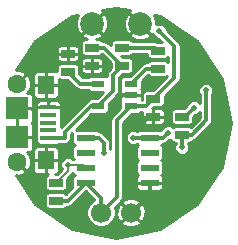
<source format=gbl>
G04 (created by PCBNEW (2013-jul-14)-product) date Thu 07 Nov 2013 08:56:16 PM EST*
%MOIN*%
G04 Gerber Fmt 3.4, Leading zero omitted, Abs format*
%FSLAX34Y34*%
G01*
G70*
G90*
G04 APERTURE LIST*
%ADD10C,0.005906*%
%ADD11R,0.053100X0.015700*%
%ADD12R,0.055100X0.063000*%
%ADD13R,0.074800X0.074800*%
%ADD14C,0.063000*%
%ADD15R,0.045000X0.025000*%
%ADD16R,0.061024X0.023622*%
%ADD17C,0.066900*%
%ADD18R,0.043300X0.023600*%
%ADD19C,0.078740*%
%ADD20C,0.020000*%
%ADD21C,0.011800*%
%ADD22C,0.006100*%
%ADD23C,0.010000*%
G04 APERTURE END LIST*
G54D10*
G54D11*
X58250Y-38512D03*
X58250Y-38256D03*
X58250Y-38000D03*
X58250Y-37744D03*
X58250Y-37488D03*
G54D12*
X58171Y-39260D03*
X58171Y-36740D03*
G54D13*
X57197Y-37528D03*
X57197Y-38472D03*
G54D14*
X57197Y-36701D03*
X57197Y-39299D03*
G54D15*
X58900Y-36300D03*
X58900Y-35700D03*
X59700Y-35500D03*
X59700Y-36100D03*
X60700Y-36100D03*
X60700Y-35500D03*
X61900Y-35600D03*
X61900Y-36200D03*
X61750Y-37200D03*
X61750Y-37800D03*
X62700Y-38400D03*
X62700Y-37800D03*
X58500Y-40600D03*
X58500Y-40000D03*
G54D16*
X59500Y-40000D03*
X59500Y-39500D03*
X59500Y-39000D03*
X59500Y-38500D03*
X61625Y-38500D03*
X61625Y-39000D03*
X61625Y-39500D03*
X61625Y-40000D03*
G54D17*
X60000Y-41000D03*
X61000Y-41000D03*
G54D18*
X61000Y-36700D03*
X61000Y-37074D03*
X61000Y-37448D03*
X59898Y-37448D03*
X59898Y-36700D03*
G54D19*
X59700Y-34700D03*
X61300Y-34700D03*
G54D20*
X61300Y-38100D03*
X60500Y-37300D03*
X61075Y-38500D03*
X62233Y-38333D03*
X63100Y-37500D03*
X58900Y-39400D03*
X63500Y-36925D03*
X62700Y-38825D03*
X60100Y-39025D03*
X61950Y-34950D03*
G54D21*
X61750Y-37800D02*
X61600Y-37800D01*
X61600Y-37800D02*
X61300Y-38100D01*
X61000Y-37074D02*
X60726Y-37074D01*
X60726Y-37074D02*
X60500Y-37300D01*
X61000Y-41000D02*
X61625Y-40374D01*
X61625Y-40374D02*
X61625Y-40000D01*
X61900Y-36200D02*
X61500Y-36200D01*
X61500Y-36200D02*
X61000Y-36700D01*
X61075Y-38500D02*
X61625Y-38500D01*
X62066Y-38500D02*
X61625Y-38500D01*
X62233Y-38333D02*
X62066Y-38500D01*
X61900Y-35600D02*
X61800Y-35500D01*
X61800Y-35500D02*
X60700Y-35500D01*
X58900Y-36300D02*
X59300Y-36700D01*
X59300Y-36700D02*
X59898Y-36700D01*
X62800Y-37800D02*
X62700Y-37800D01*
X63100Y-37500D02*
X62800Y-37800D01*
G54D22*
X58500Y-40000D02*
X58900Y-39600D01*
X58900Y-39600D02*
X58900Y-39400D01*
X59500Y-39500D02*
X59400Y-39400D01*
X59400Y-39400D02*
X58900Y-39400D01*
G54D21*
X63025Y-38400D02*
X62700Y-38400D01*
X63500Y-37925D02*
X63025Y-38400D01*
X63500Y-36925D02*
X63500Y-37925D01*
X62700Y-38825D02*
X62700Y-38400D01*
X59925Y-38500D02*
X59500Y-38500D01*
X60100Y-38675D02*
X59925Y-38500D01*
X60100Y-39025D02*
X60100Y-38675D01*
X58500Y-40600D02*
X58900Y-40600D01*
X58900Y-40600D02*
X59500Y-40000D01*
X60000Y-41000D02*
X60000Y-40500D01*
X60000Y-40500D02*
X59500Y-40000D01*
X60000Y-41000D02*
X60525Y-40475D01*
X60525Y-37923D02*
X60525Y-40475D01*
X60525Y-37923D02*
X61000Y-37448D01*
X62450Y-36500D02*
X61750Y-37200D01*
X62450Y-35450D02*
X62450Y-36500D01*
X61950Y-34950D02*
X62450Y-35450D01*
X61750Y-37200D02*
X61502Y-37448D01*
X61502Y-37448D02*
X61000Y-37448D01*
X59898Y-37448D02*
X59652Y-37448D01*
X58788Y-38512D02*
X58250Y-38512D01*
X58800Y-38500D02*
X58788Y-38512D01*
X58800Y-38300D02*
X58800Y-38500D01*
X59652Y-37448D02*
X58800Y-38300D01*
X60700Y-36100D02*
X60100Y-35500D01*
X60100Y-35500D02*
X59700Y-35500D01*
X59898Y-37448D02*
X60400Y-36946D01*
X60400Y-36400D02*
X60700Y-36100D01*
X60400Y-36946D02*
X60400Y-36400D01*
G54D10*
G36*
X62241Y-35978D02*
X62209Y-35947D01*
X62154Y-35925D01*
X62095Y-35925D01*
X61645Y-35925D01*
X61590Y-35947D01*
X61547Y-35990D01*
X61547Y-35991D01*
X61500Y-35991D01*
X61420Y-36006D01*
X61352Y-36052D01*
X60972Y-36432D01*
X60753Y-36432D01*
X60698Y-36454D01*
X60656Y-36497D01*
X60633Y-36552D01*
X60633Y-36611D01*
X60633Y-36847D01*
X60649Y-36887D01*
X60633Y-36926D01*
X60633Y-37036D01*
X60671Y-37073D01*
X60999Y-37073D01*
X60999Y-37065D01*
X61000Y-37065D01*
X61000Y-37073D01*
X61329Y-37073D01*
X61366Y-37036D01*
X61366Y-36926D01*
X61350Y-36886D01*
X61366Y-36847D01*
X61366Y-36788D01*
X61366Y-36629D01*
X61566Y-36428D01*
X61590Y-36452D01*
X61645Y-36475D01*
X61704Y-36475D01*
X62154Y-36475D01*
X62196Y-36457D01*
X61729Y-36925D01*
X61495Y-36925D01*
X61440Y-36947D01*
X61397Y-36990D01*
X61375Y-37045D01*
X61375Y-37104D01*
X61375Y-37239D01*
X61359Y-37239D01*
X61366Y-37221D01*
X61366Y-37111D01*
X61329Y-37074D01*
X61000Y-37074D01*
X61000Y-37082D01*
X60999Y-37082D01*
X60999Y-37074D01*
X60671Y-37074D01*
X60633Y-37111D01*
X60633Y-37221D01*
X60649Y-37261D01*
X60633Y-37300D01*
X60633Y-37359D01*
X60633Y-37518D01*
X60377Y-37775D01*
X60331Y-37843D01*
X60316Y-37923D01*
X60316Y-38893D01*
X60312Y-38883D01*
X60309Y-38880D01*
X60309Y-38675D01*
X60293Y-38595D01*
X60293Y-38595D01*
X60247Y-38527D01*
X60072Y-38352D01*
X60004Y-38306D01*
X59926Y-38291D01*
X59890Y-38254D01*
X59834Y-38231D01*
X59775Y-38231D01*
X59165Y-38231D01*
X59162Y-38232D01*
X59679Y-37716D01*
X59711Y-37716D01*
X60144Y-37716D01*
X60199Y-37693D01*
X60241Y-37650D01*
X60264Y-37595D01*
X60264Y-37536D01*
X60264Y-37377D01*
X60547Y-37093D01*
X60547Y-37093D01*
X60547Y-37093D01*
X60593Y-37025D01*
X60593Y-37025D01*
X60609Y-36946D01*
X60609Y-36486D01*
X60720Y-36375D01*
X60954Y-36375D01*
X61009Y-36352D01*
X61052Y-36309D01*
X61075Y-36254D01*
X61075Y-36195D01*
X61075Y-35945D01*
X61052Y-35890D01*
X61009Y-35847D01*
X60954Y-35825D01*
X60895Y-35825D01*
X60720Y-35825D01*
X60670Y-35775D01*
X60954Y-35775D01*
X61009Y-35752D01*
X61052Y-35709D01*
X61052Y-35709D01*
X61525Y-35709D01*
X61525Y-35754D01*
X61547Y-35809D01*
X61590Y-35852D01*
X61645Y-35875D01*
X61704Y-35875D01*
X62154Y-35875D01*
X62209Y-35852D01*
X62241Y-35821D01*
X62241Y-35978D01*
X62241Y-35978D01*
G37*
G54D23*
X62241Y-35978D02*
X62209Y-35947D01*
X62154Y-35925D01*
X62095Y-35925D01*
X61645Y-35925D01*
X61590Y-35947D01*
X61547Y-35990D01*
X61547Y-35991D01*
X61500Y-35991D01*
X61420Y-36006D01*
X61352Y-36052D01*
X60972Y-36432D01*
X60753Y-36432D01*
X60698Y-36454D01*
X60656Y-36497D01*
X60633Y-36552D01*
X60633Y-36611D01*
X60633Y-36847D01*
X60649Y-36887D01*
X60633Y-36926D01*
X60633Y-37036D01*
X60671Y-37073D01*
X60999Y-37073D01*
X60999Y-37065D01*
X61000Y-37065D01*
X61000Y-37073D01*
X61329Y-37073D01*
X61366Y-37036D01*
X61366Y-36926D01*
X61350Y-36886D01*
X61366Y-36847D01*
X61366Y-36788D01*
X61366Y-36629D01*
X61566Y-36428D01*
X61590Y-36452D01*
X61645Y-36475D01*
X61704Y-36475D01*
X62154Y-36475D01*
X62196Y-36457D01*
X61729Y-36925D01*
X61495Y-36925D01*
X61440Y-36947D01*
X61397Y-36990D01*
X61375Y-37045D01*
X61375Y-37104D01*
X61375Y-37239D01*
X61359Y-37239D01*
X61366Y-37221D01*
X61366Y-37111D01*
X61329Y-37074D01*
X61000Y-37074D01*
X61000Y-37082D01*
X60999Y-37082D01*
X60999Y-37074D01*
X60671Y-37074D01*
X60633Y-37111D01*
X60633Y-37221D01*
X60649Y-37261D01*
X60633Y-37300D01*
X60633Y-37359D01*
X60633Y-37518D01*
X60377Y-37775D01*
X60331Y-37843D01*
X60316Y-37923D01*
X60316Y-38893D01*
X60312Y-38883D01*
X60309Y-38880D01*
X60309Y-38675D01*
X60293Y-38595D01*
X60293Y-38595D01*
X60247Y-38527D01*
X60072Y-38352D01*
X60004Y-38306D01*
X59926Y-38291D01*
X59890Y-38254D01*
X59834Y-38231D01*
X59775Y-38231D01*
X59165Y-38231D01*
X59162Y-38232D01*
X59679Y-37716D01*
X59711Y-37716D01*
X60144Y-37716D01*
X60199Y-37693D01*
X60241Y-37650D01*
X60264Y-37595D01*
X60264Y-37536D01*
X60264Y-37377D01*
X60547Y-37093D01*
X60547Y-37093D01*
X60547Y-37093D01*
X60593Y-37025D01*
X60593Y-37025D01*
X60609Y-36946D01*
X60609Y-36486D01*
X60720Y-36375D01*
X60954Y-36375D01*
X61009Y-36352D01*
X61052Y-36309D01*
X61075Y-36254D01*
X61075Y-36195D01*
X61075Y-35945D01*
X61052Y-35890D01*
X61009Y-35847D01*
X60954Y-35825D01*
X60895Y-35825D01*
X60720Y-35825D01*
X60670Y-35775D01*
X60954Y-35775D01*
X61009Y-35752D01*
X61052Y-35709D01*
X61052Y-35709D01*
X61525Y-35709D01*
X61525Y-35754D01*
X61547Y-35809D01*
X61590Y-35852D01*
X61645Y-35875D01*
X61704Y-35875D01*
X62154Y-35875D01*
X62209Y-35852D01*
X62241Y-35821D01*
X62241Y-35978D01*
G54D10*
G36*
X64335Y-38000D02*
X64043Y-39467D01*
X63750Y-39907D01*
X63750Y-36875D01*
X63712Y-36783D01*
X63641Y-36713D01*
X63549Y-36675D01*
X63450Y-36674D01*
X63358Y-36712D01*
X63288Y-36783D01*
X63250Y-36875D01*
X63249Y-36974D01*
X63287Y-37066D01*
X63291Y-37069D01*
X63291Y-37337D01*
X63241Y-37288D01*
X63149Y-37250D01*
X63050Y-37249D01*
X62958Y-37287D01*
X62888Y-37358D01*
X62850Y-37450D01*
X62850Y-37454D01*
X62779Y-37525D01*
X62445Y-37525D01*
X62390Y-37547D01*
X62347Y-37590D01*
X62325Y-37645D01*
X62325Y-37704D01*
X62325Y-37954D01*
X62347Y-38009D01*
X62390Y-38052D01*
X62445Y-38075D01*
X62504Y-38075D01*
X62954Y-38075D01*
X63009Y-38052D01*
X63052Y-38009D01*
X63075Y-37954D01*
X63075Y-37895D01*
X63075Y-37820D01*
X63145Y-37750D01*
X63149Y-37750D01*
X63241Y-37712D01*
X63291Y-37662D01*
X63291Y-37838D01*
X62989Y-38139D01*
X62954Y-38125D01*
X62895Y-38125D01*
X62445Y-38125D01*
X62398Y-38144D01*
X62374Y-38121D01*
X62282Y-38083D01*
X62183Y-38082D01*
X62125Y-38107D01*
X62125Y-37954D01*
X62125Y-37837D01*
X62125Y-37762D01*
X62125Y-37645D01*
X62102Y-37590D01*
X62059Y-37547D01*
X62004Y-37525D01*
X61945Y-37525D01*
X61787Y-37525D01*
X61750Y-37562D01*
X61750Y-37799D01*
X62087Y-37799D01*
X62125Y-37762D01*
X62125Y-37837D01*
X62087Y-37800D01*
X61750Y-37800D01*
X61750Y-38037D01*
X61787Y-38075D01*
X61945Y-38075D01*
X62004Y-38075D01*
X62059Y-38052D01*
X62102Y-38009D01*
X62125Y-37954D01*
X62125Y-38107D01*
X62091Y-38120D01*
X62021Y-38191D01*
X61997Y-38247D01*
X61960Y-38231D01*
X61901Y-38231D01*
X61749Y-38231D01*
X61749Y-38037D01*
X61749Y-37800D01*
X61412Y-37800D01*
X61375Y-37837D01*
X61375Y-37954D01*
X61397Y-38009D01*
X61440Y-38052D01*
X61495Y-38075D01*
X61554Y-38075D01*
X61712Y-38075D01*
X61749Y-38037D01*
X61749Y-38231D01*
X61291Y-38231D01*
X61235Y-38254D01*
X61206Y-38283D01*
X61124Y-38250D01*
X61025Y-38249D01*
X60933Y-38287D01*
X60863Y-38358D01*
X60825Y-38450D01*
X60824Y-38549D01*
X60862Y-38641D01*
X60933Y-38711D01*
X61025Y-38749D01*
X61124Y-38750D01*
X61206Y-38716D01*
X61235Y-38745D01*
X61247Y-38749D01*
X61235Y-38754D01*
X61193Y-38796D01*
X61170Y-38852D01*
X61170Y-38911D01*
X61170Y-39147D01*
X61193Y-39203D01*
X61235Y-39245D01*
X61247Y-39249D01*
X61235Y-39254D01*
X61193Y-39296D01*
X61170Y-39352D01*
X61170Y-39411D01*
X61170Y-39647D01*
X61193Y-39703D01*
X61235Y-39745D01*
X61247Y-39750D01*
X61235Y-39754D01*
X61193Y-39796D01*
X61170Y-39852D01*
X61170Y-39962D01*
X61208Y-39999D01*
X61625Y-39999D01*
X61625Y-39991D01*
X61626Y-39991D01*
X61626Y-39999D01*
X62043Y-39999D01*
X62081Y-39962D01*
X62081Y-39852D01*
X62058Y-39796D01*
X62016Y-39754D01*
X62004Y-39750D01*
X62016Y-39745D01*
X62058Y-39703D01*
X62081Y-39647D01*
X62081Y-39588D01*
X62081Y-39352D01*
X62058Y-39296D01*
X62016Y-39254D01*
X62004Y-39250D01*
X62016Y-39245D01*
X62058Y-39203D01*
X62081Y-39147D01*
X62081Y-39088D01*
X62081Y-38852D01*
X62058Y-38796D01*
X62016Y-38754D01*
X62004Y-38750D01*
X62016Y-38745D01*
X62052Y-38709D01*
X62066Y-38709D01*
X62145Y-38693D01*
X62145Y-38693D01*
X62213Y-38647D01*
X62278Y-38583D01*
X62282Y-38583D01*
X62328Y-38563D01*
X62347Y-38609D01*
X62390Y-38652D01*
X62445Y-38675D01*
X62491Y-38675D01*
X62491Y-38680D01*
X62488Y-38683D01*
X62450Y-38775D01*
X62449Y-38874D01*
X62487Y-38966D01*
X62558Y-39036D01*
X62650Y-39074D01*
X62749Y-39075D01*
X62841Y-39037D01*
X62911Y-38966D01*
X62949Y-38874D01*
X62950Y-38775D01*
X62912Y-38683D01*
X62909Y-38680D01*
X62909Y-38675D01*
X62954Y-38675D01*
X63009Y-38652D01*
X63052Y-38609D01*
X63055Y-38603D01*
X63104Y-38593D01*
X63104Y-38593D01*
X63172Y-38547D01*
X63647Y-38072D01*
X63647Y-38072D01*
X63647Y-38072D01*
X63670Y-38038D01*
X63693Y-38004D01*
X63693Y-38004D01*
X63709Y-37925D01*
X63709Y-37925D01*
X63709Y-37924D01*
X63709Y-37069D01*
X63711Y-37066D01*
X63749Y-36974D01*
X63750Y-36875D01*
X63750Y-39907D01*
X63212Y-40712D01*
X62081Y-41468D01*
X62081Y-40147D01*
X62081Y-40037D01*
X62043Y-40000D01*
X61626Y-40000D01*
X61626Y-40230D01*
X61663Y-40268D01*
X61901Y-40268D01*
X61960Y-40268D01*
X62016Y-40245D01*
X62058Y-40203D01*
X62081Y-40147D01*
X62081Y-41468D01*
X61967Y-41543D01*
X61625Y-41611D01*
X61625Y-40230D01*
X61625Y-40000D01*
X61208Y-40000D01*
X61170Y-40037D01*
X61170Y-40147D01*
X61193Y-40203D01*
X61235Y-40245D01*
X61291Y-40268D01*
X61350Y-40268D01*
X61588Y-40268D01*
X61625Y-40230D01*
X61625Y-41611D01*
X61487Y-41639D01*
X61487Y-40922D01*
X61421Y-40741D01*
X61399Y-40709D01*
X61322Y-40677D01*
X61322Y-40677D01*
X61322Y-40677D01*
X61290Y-40600D01*
X61115Y-40519D01*
X60922Y-40512D01*
X60741Y-40578D01*
X60709Y-40600D01*
X60677Y-40677D01*
X61000Y-40999D01*
X61322Y-40677D01*
X61322Y-40677D01*
X61000Y-41000D01*
X61322Y-41322D01*
X61399Y-41290D01*
X61480Y-41115D01*
X61487Y-40922D01*
X61487Y-41639D01*
X61322Y-41672D01*
X61322Y-41322D01*
X61000Y-41000D01*
X60999Y-41000D01*
X60999Y-41000D01*
X60677Y-40677D01*
X60600Y-40709D01*
X60519Y-40884D01*
X60512Y-41077D01*
X60578Y-41258D01*
X60600Y-41290D01*
X60677Y-41322D01*
X60999Y-41000D01*
X60999Y-41000D01*
X60677Y-41322D01*
X60709Y-41399D01*
X60884Y-41480D01*
X61077Y-41487D01*
X61258Y-41421D01*
X61290Y-41399D01*
X61322Y-41322D01*
X61322Y-41672D01*
X60500Y-41835D01*
X59032Y-41543D01*
X57787Y-40712D01*
X57153Y-39762D01*
X57271Y-39767D01*
X57444Y-39703D01*
X57475Y-39682D01*
X57505Y-39607D01*
X57197Y-39299D01*
X57191Y-39304D01*
X57191Y-39304D01*
X57196Y-39299D01*
X57191Y-39293D01*
X57191Y-39293D01*
X57197Y-39298D01*
X57202Y-39293D01*
X57202Y-39293D01*
X57197Y-39299D01*
X57505Y-39607D01*
X57580Y-39577D01*
X57658Y-39409D01*
X57665Y-39224D01*
X57601Y-39051D01*
X57580Y-39020D01*
X57519Y-38996D01*
X57541Y-38996D01*
X57600Y-38996D01*
X57655Y-38973D01*
X57698Y-38930D01*
X57721Y-38875D01*
X57721Y-38509D01*
X57721Y-38434D01*
X57721Y-38068D01*
X57698Y-38013D01*
X57685Y-38000D01*
X57698Y-37986D01*
X57721Y-37931D01*
X57721Y-37565D01*
X57683Y-37528D01*
X57197Y-37528D01*
X57197Y-37985D01*
X57197Y-38014D01*
X57197Y-38471D01*
X57683Y-38471D01*
X57721Y-38434D01*
X57721Y-38509D01*
X57683Y-38472D01*
X57197Y-38472D01*
X57197Y-38480D01*
X57196Y-38480D01*
X57196Y-38472D01*
X57188Y-38472D01*
X57188Y-38471D01*
X57196Y-38471D01*
X57196Y-38014D01*
X57196Y-37985D01*
X57196Y-37528D01*
X57188Y-37528D01*
X57188Y-37527D01*
X57196Y-37527D01*
X57196Y-37519D01*
X57197Y-37519D01*
X57197Y-37527D01*
X57683Y-37527D01*
X57721Y-37490D01*
X57721Y-37124D01*
X57698Y-37069D01*
X57655Y-37026D01*
X57600Y-37004D01*
X57541Y-37004D01*
X57519Y-37004D01*
X57580Y-36979D01*
X57658Y-36811D01*
X57665Y-36626D01*
X57601Y-36453D01*
X57580Y-36422D01*
X57505Y-36392D01*
X57197Y-36701D01*
X57202Y-36706D01*
X57202Y-36706D01*
X57197Y-36701D01*
X57191Y-36706D01*
X57191Y-36706D01*
X57196Y-36701D01*
X57191Y-36695D01*
X57191Y-36695D01*
X57197Y-36700D01*
X57505Y-36392D01*
X57475Y-36317D01*
X57307Y-36239D01*
X57155Y-36234D01*
X57787Y-35287D01*
X59032Y-34456D01*
X59232Y-34416D01*
X59160Y-34570D01*
X59152Y-34786D01*
X59227Y-34989D01*
X59251Y-35025D01*
X59334Y-35065D01*
X59699Y-34700D01*
X59694Y-34694D01*
X59694Y-34694D01*
X59700Y-34699D01*
X60065Y-34334D01*
X60028Y-34257D01*
X60500Y-34164D01*
X60971Y-34257D01*
X60934Y-34334D01*
X61300Y-34699D01*
X61305Y-34694D01*
X61305Y-34694D01*
X61300Y-34700D01*
X61665Y-35065D01*
X61717Y-35040D01*
X61737Y-35091D01*
X61808Y-35161D01*
X61900Y-35199D01*
X61904Y-35199D01*
X62029Y-35325D01*
X61907Y-35325D01*
X61879Y-35306D01*
X61800Y-35291D01*
X61665Y-35291D01*
X61665Y-35065D01*
X61300Y-34700D01*
X61299Y-34700D01*
X61299Y-34700D01*
X60934Y-34334D01*
X60851Y-34374D01*
X60760Y-34570D01*
X60752Y-34786D01*
X60827Y-34989D01*
X60851Y-35025D01*
X60934Y-35065D01*
X61299Y-34700D01*
X61299Y-34700D01*
X60934Y-35065D01*
X60974Y-35148D01*
X61170Y-35239D01*
X61386Y-35247D01*
X61589Y-35172D01*
X61625Y-35148D01*
X61665Y-35065D01*
X61665Y-35291D01*
X61052Y-35291D01*
X61052Y-35290D01*
X61009Y-35247D01*
X60954Y-35225D01*
X60895Y-35225D01*
X60445Y-35225D01*
X60390Y-35247D01*
X60347Y-35290D01*
X60325Y-35345D01*
X60325Y-35404D01*
X60325Y-35429D01*
X60247Y-35352D01*
X60247Y-35352D01*
X60247Y-34613D01*
X60172Y-34410D01*
X60148Y-34374D01*
X60065Y-34334D01*
X59700Y-34700D01*
X60065Y-35065D01*
X60148Y-35025D01*
X60239Y-34829D01*
X60247Y-34613D01*
X60247Y-35352D01*
X60179Y-35306D01*
X60100Y-35291D01*
X60052Y-35291D01*
X60052Y-35290D01*
X60009Y-35247D01*
X59954Y-35225D01*
X59895Y-35225D01*
X59847Y-35225D01*
X59989Y-35172D01*
X60025Y-35148D01*
X60065Y-35065D01*
X59700Y-34700D01*
X59334Y-35065D01*
X59374Y-35148D01*
X59540Y-35225D01*
X59445Y-35225D01*
X59390Y-35247D01*
X59347Y-35290D01*
X59325Y-35345D01*
X59325Y-35404D01*
X59325Y-35654D01*
X59347Y-35709D01*
X59390Y-35752D01*
X59445Y-35775D01*
X59504Y-35775D01*
X59954Y-35775D01*
X60009Y-35752D01*
X60033Y-35728D01*
X60325Y-36020D01*
X60325Y-36179D01*
X60252Y-36252D01*
X60206Y-36320D01*
X60191Y-36400D01*
X60191Y-36451D01*
X60144Y-36432D01*
X60084Y-36432D01*
X60075Y-36432D01*
X60075Y-36254D01*
X60075Y-36137D01*
X60075Y-36062D01*
X60075Y-35945D01*
X60052Y-35890D01*
X60009Y-35847D01*
X59954Y-35825D01*
X59895Y-35825D01*
X59737Y-35825D01*
X59700Y-35862D01*
X59700Y-36099D01*
X60037Y-36099D01*
X60075Y-36062D01*
X60075Y-36137D01*
X60037Y-36100D01*
X59700Y-36100D01*
X59700Y-36337D01*
X59737Y-36375D01*
X59895Y-36375D01*
X59954Y-36375D01*
X60009Y-36352D01*
X60052Y-36309D01*
X60075Y-36254D01*
X60075Y-36432D01*
X59699Y-36432D01*
X59699Y-36337D01*
X59699Y-36100D01*
X59699Y-36099D01*
X59699Y-35862D01*
X59662Y-35825D01*
X59504Y-35825D01*
X59445Y-35825D01*
X59390Y-35847D01*
X59347Y-35890D01*
X59325Y-35945D01*
X59325Y-36062D01*
X59362Y-36099D01*
X59699Y-36099D01*
X59699Y-36100D01*
X59362Y-36100D01*
X59325Y-36137D01*
X59325Y-36254D01*
X59347Y-36309D01*
X59390Y-36352D01*
X59445Y-36375D01*
X59504Y-36375D01*
X59662Y-36375D01*
X59699Y-36337D01*
X59699Y-36432D01*
X59651Y-36432D01*
X59596Y-36454D01*
X59560Y-36491D01*
X59386Y-36491D01*
X59275Y-36379D01*
X59275Y-36145D01*
X59275Y-35854D01*
X59275Y-35737D01*
X59275Y-35662D01*
X59275Y-35545D01*
X59252Y-35490D01*
X59209Y-35447D01*
X59154Y-35425D01*
X59095Y-35425D01*
X58937Y-35425D01*
X58900Y-35462D01*
X58900Y-35699D01*
X59237Y-35699D01*
X59275Y-35662D01*
X59275Y-35737D01*
X59237Y-35700D01*
X58900Y-35700D01*
X58900Y-35937D01*
X58937Y-35975D01*
X59095Y-35975D01*
X59154Y-35975D01*
X59209Y-35952D01*
X59252Y-35909D01*
X59275Y-35854D01*
X59275Y-36145D01*
X59252Y-36090D01*
X59209Y-36047D01*
X59154Y-36025D01*
X59095Y-36025D01*
X58899Y-36025D01*
X58899Y-35937D01*
X58899Y-35700D01*
X58899Y-35699D01*
X58899Y-35462D01*
X58862Y-35425D01*
X58704Y-35425D01*
X58645Y-35425D01*
X58590Y-35447D01*
X58547Y-35490D01*
X58525Y-35545D01*
X58525Y-35662D01*
X58562Y-35699D01*
X58899Y-35699D01*
X58899Y-35700D01*
X58562Y-35700D01*
X58525Y-35737D01*
X58525Y-35854D01*
X58547Y-35909D01*
X58590Y-35952D01*
X58645Y-35975D01*
X58704Y-35975D01*
X58862Y-35975D01*
X58899Y-35937D01*
X58899Y-36025D01*
X58645Y-36025D01*
X58590Y-36047D01*
X58547Y-36090D01*
X58525Y-36145D01*
X58525Y-36204D01*
X58525Y-36295D01*
X58476Y-36275D01*
X58416Y-36275D01*
X58208Y-36275D01*
X58171Y-36312D01*
X58171Y-36739D01*
X58559Y-36739D01*
X58596Y-36702D01*
X58596Y-36554D01*
X58645Y-36575D01*
X58704Y-36575D01*
X58879Y-36575D01*
X59152Y-36847D01*
X59220Y-36893D01*
X59220Y-36893D01*
X59300Y-36909D01*
X59560Y-36909D01*
X59596Y-36945D01*
X59651Y-36968D01*
X59711Y-36968D01*
X60082Y-36968D01*
X59870Y-37180D01*
X59651Y-37180D01*
X59596Y-37202D01*
X59554Y-37245D01*
X59541Y-37275D01*
X59504Y-37300D01*
X58662Y-38141D01*
X58657Y-38127D01*
X58665Y-38108D01*
X58665Y-38048D01*
X58665Y-37891D01*
X58657Y-37871D01*
X58665Y-37852D01*
X58665Y-37792D01*
X58665Y-37635D01*
X58657Y-37616D01*
X58665Y-37596D01*
X58665Y-37525D01*
X58665Y-37450D01*
X58665Y-37379D01*
X58642Y-37324D01*
X58600Y-37282D01*
X58596Y-37280D01*
X58596Y-37084D01*
X58596Y-36777D01*
X58559Y-36740D01*
X58171Y-36740D01*
X58171Y-37167D01*
X58208Y-37205D01*
X58416Y-37205D01*
X58476Y-37205D01*
X58531Y-37182D01*
X58573Y-37139D01*
X58596Y-37084D01*
X58596Y-37280D01*
X58545Y-37259D01*
X58485Y-37259D01*
X58287Y-37259D01*
X58250Y-37297D01*
X58250Y-37487D01*
X58628Y-37487D01*
X58665Y-37450D01*
X58665Y-37525D01*
X58628Y-37488D01*
X58250Y-37488D01*
X58250Y-37496D01*
X58249Y-37496D01*
X58249Y-37488D01*
X58249Y-37487D01*
X58249Y-37297D01*
X58212Y-37259D01*
X58170Y-37259D01*
X58170Y-37167D01*
X58170Y-36740D01*
X58170Y-36739D01*
X58170Y-36312D01*
X58133Y-36275D01*
X57925Y-36275D01*
X57865Y-36275D01*
X57810Y-36297D01*
X57768Y-36340D01*
X57745Y-36395D01*
X57745Y-36702D01*
X57783Y-36739D01*
X58170Y-36739D01*
X58170Y-36740D01*
X57783Y-36740D01*
X57745Y-36777D01*
X57745Y-37084D01*
X57768Y-37139D01*
X57810Y-37182D01*
X57865Y-37205D01*
X57925Y-37205D01*
X58133Y-37205D01*
X58170Y-37167D01*
X58170Y-37259D01*
X58014Y-37259D01*
X57954Y-37259D01*
X57899Y-37282D01*
X57857Y-37324D01*
X57834Y-37379D01*
X57834Y-37450D01*
X57872Y-37487D01*
X58249Y-37487D01*
X58249Y-37488D01*
X57872Y-37488D01*
X57834Y-37525D01*
X57834Y-37596D01*
X57842Y-37616D01*
X57834Y-37635D01*
X57834Y-37695D01*
X57834Y-37852D01*
X57842Y-37872D01*
X57834Y-37891D01*
X57834Y-37951D01*
X57834Y-38108D01*
X57842Y-38128D01*
X57834Y-38147D01*
X57834Y-38207D01*
X57834Y-38364D01*
X57842Y-38384D01*
X57834Y-38403D01*
X57834Y-38463D01*
X57834Y-38620D01*
X57857Y-38675D01*
X57899Y-38717D01*
X57954Y-38740D01*
X58014Y-38740D01*
X58545Y-38740D01*
X58592Y-38721D01*
X58788Y-38721D01*
X58867Y-38705D01*
X58867Y-38705D01*
X58935Y-38659D01*
X58947Y-38647D01*
X58993Y-38579D01*
X58993Y-38579D01*
X59009Y-38500D01*
X59009Y-38386D01*
X59045Y-38349D01*
X59044Y-38352D01*
X59044Y-38411D01*
X59044Y-38647D01*
X59067Y-38703D01*
X59109Y-38745D01*
X59121Y-38749D01*
X59109Y-38754D01*
X59067Y-38796D01*
X59044Y-38852D01*
X59044Y-38911D01*
X59044Y-39147D01*
X59067Y-39203D01*
X59084Y-39219D01*
X59073Y-39219D01*
X59041Y-39188D01*
X58949Y-39150D01*
X58850Y-39149D01*
X58758Y-39187D01*
X58688Y-39258D01*
X58650Y-39350D01*
X58649Y-39449D01*
X58687Y-39541D01*
X58695Y-39549D01*
X58519Y-39725D01*
X58476Y-39725D01*
X58531Y-39702D01*
X58573Y-39659D01*
X58596Y-39604D01*
X58596Y-39297D01*
X58596Y-39222D01*
X58596Y-38915D01*
X58573Y-38860D01*
X58531Y-38817D01*
X58476Y-38795D01*
X58416Y-38795D01*
X58208Y-38795D01*
X58171Y-38832D01*
X58171Y-39259D01*
X58559Y-39259D01*
X58596Y-39222D01*
X58596Y-39297D01*
X58559Y-39260D01*
X58171Y-39260D01*
X58171Y-39687D01*
X58208Y-39725D01*
X58245Y-39725D01*
X58190Y-39747D01*
X58170Y-39767D01*
X58170Y-39687D01*
X58170Y-39260D01*
X58170Y-39259D01*
X58170Y-38832D01*
X58133Y-38795D01*
X57925Y-38795D01*
X57865Y-38795D01*
X57810Y-38817D01*
X57768Y-38860D01*
X57745Y-38915D01*
X57745Y-39222D01*
X57783Y-39259D01*
X58170Y-39259D01*
X58170Y-39260D01*
X57783Y-39260D01*
X57745Y-39297D01*
X57745Y-39604D01*
X57768Y-39659D01*
X57810Y-39702D01*
X57865Y-39725D01*
X57925Y-39725D01*
X58133Y-39725D01*
X58170Y-39687D01*
X58170Y-39767D01*
X58147Y-39790D01*
X58125Y-39845D01*
X58125Y-39904D01*
X58125Y-40154D01*
X58147Y-40209D01*
X58190Y-40252D01*
X58245Y-40275D01*
X58304Y-40275D01*
X58754Y-40275D01*
X58809Y-40252D01*
X58852Y-40209D01*
X58875Y-40154D01*
X58875Y-40095D01*
X58875Y-39880D01*
X59027Y-39727D01*
X59058Y-39681D01*
X59067Y-39703D01*
X59109Y-39745D01*
X59121Y-39749D01*
X59109Y-39754D01*
X59067Y-39796D01*
X59044Y-39852D01*
X59044Y-39911D01*
X59044Y-40147D01*
X59048Y-40156D01*
X58833Y-40371D01*
X58809Y-40347D01*
X58754Y-40325D01*
X58695Y-40325D01*
X58245Y-40325D01*
X58190Y-40347D01*
X58147Y-40390D01*
X58125Y-40445D01*
X58125Y-40504D01*
X58125Y-40754D01*
X58147Y-40809D01*
X58190Y-40852D01*
X58245Y-40875D01*
X58304Y-40875D01*
X58754Y-40875D01*
X58809Y-40852D01*
X58852Y-40809D01*
X58852Y-40809D01*
X58900Y-40809D01*
X58979Y-40793D01*
X58979Y-40793D01*
X59047Y-40747D01*
X59499Y-40295D01*
X59773Y-40569D01*
X59725Y-40589D01*
X59589Y-40725D01*
X59515Y-40903D01*
X59515Y-41095D01*
X59589Y-41274D01*
X59725Y-41410D01*
X59903Y-41484D01*
X60095Y-41484D01*
X60274Y-41410D01*
X60410Y-41274D01*
X60484Y-41096D01*
X60484Y-40904D01*
X60457Y-40838D01*
X60672Y-40622D01*
X60718Y-40554D01*
X60718Y-40554D01*
X60734Y-40475D01*
X60734Y-40475D01*
X60734Y-40474D01*
X60734Y-38009D01*
X61027Y-37716D01*
X61246Y-37716D01*
X61301Y-37693D01*
X61337Y-37657D01*
X61375Y-37657D01*
X61375Y-37762D01*
X61412Y-37799D01*
X61749Y-37799D01*
X61749Y-37562D01*
X61716Y-37529D01*
X61770Y-37475D01*
X62004Y-37475D01*
X62059Y-37452D01*
X62102Y-37409D01*
X62125Y-37354D01*
X62125Y-37295D01*
X62125Y-37120D01*
X62597Y-36647D01*
X62643Y-36579D01*
X62643Y-36579D01*
X62659Y-36500D01*
X62659Y-36500D01*
X62659Y-36499D01*
X62659Y-35450D01*
X62643Y-35370D01*
X62643Y-35370D01*
X62597Y-35302D01*
X62200Y-34904D01*
X62200Y-34900D01*
X62162Y-34808D01*
X62091Y-34738D01*
X61999Y-34700D01*
X61900Y-34699D01*
X61843Y-34723D01*
X61847Y-34613D01*
X61775Y-34417D01*
X61967Y-34456D01*
X63212Y-35287D01*
X64043Y-36532D01*
X64335Y-38000D01*
X64335Y-38000D01*
G37*
G54D23*
X64335Y-38000D02*
X64043Y-39467D01*
X63750Y-39907D01*
X63750Y-36875D01*
X63712Y-36783D01*
X63641Y-36713D01*
X63549Y-36675D01*
X63450Y-36674D01*
X63358Y-36712D01*
X63288Y-36783D01*
X63250Y-36875D01*
X63249Y-36974D01*
X63287Y-37066D01*
X63291Y-37069D01*
X63291Y-37337D01*
X63241Y-37288D01*
X63149Y-37250D01*
X63050Y-37249D01*
X62958Y-37287D01*
X62888Y-37358D01*
X62850Y-37450D01*
X62850Y-37454D01*
X62779Y-37525D01*
X62445Y-37525D01*
X62390Y-37547D01*
X62347Y-37590D01*
X62325Y-37645D01*
X62325Y-37704D01*
X62325Y-37954D01*
X62347Y-38009D01*
X62390Y-38052D01*
X62445Y-38075D01*
X62504Y-38075D01*
X62954Y-38075D01*
X63009Y-38052D01*
X63052Y-38009D01*
X63075Y-37954D01*
X63075Y-37895D01*
X63075Y-37820D01*
X63145Y-37750D01*
X63149Y-37750D01*
X63241Y-37712D01*
X63291Y-37662D01*
X63291Y-37838D01*
X62989Y-38139D01*
X62954Y-38125D01*
X62895Y-38125D01*
X62445Y-38125D01*
X62398Y-38144D01*
X62374Y-38121D01*
X62282Y-38083D01*
X62183Y-38082D01*
X62125Y-38107D01*
X62125Y-37954D01*
X62125Y-37837D01*
X62125Y-37762D01*
X62125Y-37645D01*
X62102Y-37590D01*
X62059Y-37547D01*
X62004Y-37525D01*
X61945Y-37525D01*
X61787Y-37525D01*
X61750Y-37562D01*
X61750Y-37799D01*
X62087Y-37799D01*
X62125Y-37762D01*
X62125Y-37837D01*
X62087Y-37800D01*
X61750Y-37800D01*
X61750Y-38037D01*
X61787Y-38075D01*
X61945Y-38075D01*
X62004Y-38075D01*
X62059Y-38052D01*
X62102Y-38009D01*
X62125Y-37954D01*
X62125Y-38107D01*
X62091Y-38120D01*
X62021Y-38191D01*
X61997Y-38247D01*
X61960Y-38231D01*
X61901Y-38231D01*
X61749Y-38231D01*
X61749Y-38037D01*
X61749Y-37800D01*
X61412Y-37800D01*
X61375Y-37837D01*
X61375Y-37954D01*
X61397Y-38009D01*
X61440Y-38052D01*
X61495Y-38075D01*
X61554Y-38075D01*
X61712Y-38075D01*
X61749Y-38037D01*
X61749Y-38231D01*
X61291Y-38231D01*
X61235Y-38254D01*
X61206Y-38283D01*
X61124Y-38250D01*
X61025Y-38249D01*
X60933Y-38287D01*
X60863Y-38358D01*
X60825Y-38450D01*
X60824Y-38549D01*
X60862Y-38641D01*
X60933Y-38711D01*
X61025Y-38749D01*
X61124Y-38750D01*
X61206Y-38716D01*
X61235Y-38745D01*
X61247Y-38749D01*
X61235Y-38754D01*
X61193Y-38796D01*
X61170Y-38852D01*
X61170Y-38911D01*
X61170Y-39147D01*
X61193Y-39203D01*
X61235Y-39245D01*
X61247Y-39249D01*
X61235Y-39254D01*
X61193Y-39296D01*
X61170Y-39352D01*
X61170Y-39411D01*
X61170Y-39647D01*
X61193Y-39703D01*
X61235Y-39745D01*
X61247Y-39750D01*
X61235Y-39754D01*
X61193Y-39796D01*
X61170Y-39852D01*
X61170Y-39962D01*
X61208Y-39999D01*
X61625Y-39999D01*
X61625Y-39991D01*
X61626Y-39991D01*
X61626Y-39999D01*
X62043Y-39999D01*
X62081Y-39962D01*
X62081Y-39852D01*
X62058Y-39796D01*
X62016Y-39754D01*
X62004Y-39750D01*
X62016Y-39745D01*
X62058Y-39703D01*
X62081Y-39647D01*
X62081Y-39588D01*
X62081Y-39352D01*
X62058Y-39296D01*
X62016Y-39254D01*
X62004Y-39250D01*
X62016Y-39245D01*
X62058Y-39203D01*
X62081Y-39147D01*
X62081Y-39088D01*
X62081Y-38852D01*
X62058Y-38796D01*
X62016Y-38754D01*
X62004Y-38750D01*
X62016Y-38745D01*
X62052Y-38709D01*
X62066Y-38709D01*
X62145Y-38693D01*
X62145Y-38693D01*
X62213Y-38647D01*
X62278Y-38583D01*
X62282Y-38583D01*
X62328Y-38563D01*
X62347Y-38609D01*
X62390Y-38652D01*
X62445Y-38675D01*
X62491Y-38675D01*
X62491Y-38680D01*
X62488Y-38683D01*
X62450Y-38775D01*
X62449Y-38874D01*
X62487Y-38966D01*
X62558Y-39036D01*
X62650Y-39074D01*
X62749Y-39075D01*
X62841Y-39037D01*
X62911Y-38966D01*
X62949Y-38874D01*
X62950Y-38775D01*
X62912Y-38683D01*
X62909Y-38680D01*
X62909Y-38675D01*
X62954Y-38675D01*
X63009Y-38652D01*
X63052Y-38609D01*
X63055Y-38603D01*
X63104Y-38593D01*
X63104Y-38593D01*
X63172Y-38547D01*
X63647Y-38072D01*
X63647Y-38072D01*
X63647Y-38072D01*
X63670Y-38038D01*
X63693Y-38004D01*
X63693Y-38004D01*
X63709Y-37925D01*
X63709Y-37925D01*
X63709Y-37924D01*
X63709Y-37069D01*
X63711Y-37066D01*
X63749Y-36974D01*
X63750Y-36875D01*
X63750Y-39907D01*
X63212Y-40712D01*
X62081Y-41468D01*
X62081Y-40147D01*
X62081Y-40037D01*
X62043Y-40000D01*
X61626Y-40000D01*
X61626Y-40230D01*
X61663Y-40268D01*
X61901Y-40268D01*
X61960Y-40268D01*
X62016Y-40245D01*
X62058Y-40203D01*
X62081Y-40147D01*
X62081Y-41468D01*
X61967Y-41543D01*
X61625Y-41611D01*
X61625Y-40230D01*
X61625Y-40000D01*
X61208Y-40000D01*
X61170Y-40037D01*
X61170Y-40147D01*
X61193Y-40203D01*
X61235Y-40245D01*
X61291Y-40268D01*
X61350Y-40268D01*
X61588Y-40268D01*
X61625Y-40230D01*
X61625Y-41611D01*
X61487Y-41639D01*
X61487Y-40922D01*
X61421Y-40741D01*
X61399Y-40709D01*
X61322Y-40677D01*
X61322Y-40677D01*
X61322Y-40677D01*
X61290Y-40600D01*
X61115Y-40519D01*
X60922Y-40512D01*
X60741Y-40578D01*
X60709Y-40600D01*
X60677Y-40677D01*
X61000Y-40999D01*
X61322Y-40677D01*
X61322Y-40677D01*
X61000Y-41000D01*
X61322Y-41322D01*
X61399Y-41290D01*
X61480Y-41115D01*
X61487Y-40922D01*
X61487Y-41639D01*
X61322Y-41672D01*
X61322Y-41322D01*
X61000Y-41000D01*
X60999Y-41000D01*
X60999Y-41000D01*
X60677Y-40677D01*
X60600Y-40709D01*
X60519Y-40884D01*
X60512Y-41077D01*
X60578Y-41258D01*
X60600Y-41290D01*
X60677Y-41322D01*
X60999Y-41000D01*
X60999Y-41000D01*
X60677Y-41322D01*
X60709Y-41399D01*
X60884Y-41480D01*
X61077Y-41487D01*
X61258Y-41421D01*
X61290Y-41399D01*
X61322Y-41322D01*
X61322Y-41672D01*
X60500Y-41835D01*
X59032Y-41543D01*
X57787Y-40712D01*
X57153Y-39762D01*
X57271Y-39767D01*
X57444Y-39703D01*
X57475Y-39682D01*
X57505Y-39607D01*
X57197Y-39299D01*
X57191Y-39304D01*
X57191Y-39304D01*
X57196Y-39299D01*
X57191Y-39293D01*
X57191Y-39293D01*
X57197Y-39298D01*
X57202Y-39293D01*
X57202Y-39293D01*
X57197Y-39299D01*
X57505Y-39607D01*
X57580Y-39577D01*
X57658Y-39409D01*
X57665Y-39224D01*
X57601Y-39051D01*
X57580Y-39020D01*
X57519Y-38996D01*
X57541Y-38996D01*
X57600Y-38996D01*
X57655Y-38973D01*
X57698Y-38930D01*
X57721Y-38875D01*
X57721Y-38509D01*
X57721Y-38434D01*
X57721Y-38068D01*
X57698Y-38013D01*
X57685Y-38000D01*
X57698Y-37986D01*
X57721Y-37931D01*
X57721Y-37565D01*
X57683Y-37528D01*
X57197Y-37528D01*
X57197Y-37985D01*
X57197Y-38014D01*
X57197Y-38471D01*
X57683Y-38471D01*
X57721Y-38434D01*
X57721Y-38509D01*
X57683Y-38472D01*
X57197Y-38472D01*
X57197Y-38480D01*
X57196Y-38480D01*
X57196Y-38472D01*
X57188Y-38472D01*
X57188Y-38471D01*
X57196Y-38471D01*
X57196Y-38014D01*
X57196Y-37985D01*
X57196Y-37528D01*
X57188Y-37528D01*
X57188Y-37527D01*
X57196Y-37527D01*
X57196Y-37519D01*
X57197Y-37519D01*
X57197Y-37527D01*
X57683Y-37527D01*
X57721Y-37490D01*
X57721Y-37124D01*
X57698Y-37069D01*
X57655Y-37026D01*
X57600Y-37004D01*
X57541Y-37004D01*
X57519Y-37004D01*
X57580Y-36979D01*
X57658Y-36811D01*
X57665Y-36626D01*
X57601Y-36453D01*
X57580Y-36422D01*
X57505Y-36392D01*
X57197Y-36701D01*
X57202Y-36706D01*
X57202Y-36706D01*
X57197Y-36701D01*
X57191Y-36706D01*
X57191Y-36706D01*
X57196Y-36701D01*
X57191Y-36695D01*
X57191Y-36695D01*
X57197Y-36700D01*
X57505Y-36392D01*
X57475Y-36317D01*
X57307Y-36239D01*
X57155Y-36234D01*
X57787Y-35287D01*
X59032Y-34456D01*
X59232Y-34416D01*
X59160Y-34570D01*
X59152Y-34786D01*
X59227Y-34989D01*
X59251Y-35025D01*
X59334Y-35065D01*
X59699Y-34700D01*
X59694Y-34694D01*
X59694Y-34694D01*
X59700Y-34699D01*
X60065Y-34334D01*
X60028Y-34257D01*
X60500Y-34164D01*
X60971Y-34257D01*
X60934Y-34334D01*
X61300Y-34699D01*
X61305Y-34694D01*
X61305Y-34694D01*
X61300Y-34700D01*
X61665Y-35065D01*
X61717Y-35040D01*
X61737Y-35091D01*
X61808Y-35161D01*
X61900Y-35199D01*
X61904Y-35199D01*
X62029Y-35325D01*
X61907Y-35325D01*
X61879Y-35306D01*
X61800Y-35291D01*
X61665Y-35291D01*
X61665Y-35065D01*
X61300Y-34700D01*
X61299Y-34700D01*
X61299Y-34700D01*
X60934Y-34334D01*
X60851Y-34374D01*
X60760Y-34570D01*
X60752Y-34786D01*
X60827Y-34989D01*
X60851Y-35025D01*
X60934Y-35065D01*
X61299Y-34700D01*
X61299Y-34700D01*
X60934Y-35065D01*
X60974Y-35148D01*
X61170Y-35239D01*
X61386Y-35247D01*
X61589Y-35172D01*
X61625Y-35148D01*
X61665Y-35065D01*
X61665Y-35291D01*
X61052Y-35291D01*
X61052Y-35290D01*
X61009Y-35247D01*
X60954Y-35225D01*
X60895Y-35225D01*
X60445Y-35225D01*
X60390Y-35247D01*
X60347Y-35290D01*
X60325Y-35345D01*
X60325Y-35404D01*
X60325Y-35429D01*
X60247Y-35352D01*
X60247Y-35352D01*
X60247Y-34613D01*
X60172Y-34410D01*
X60148Y-34374D01*
X60065Y-34334D01*
X59700Y-34700D01*
X60065Y-35065D01*
X60148Y-35025D01*
X60239Y-34829D01*
X60247Y-34613D01*
X60247Y-35352D01*
X60179Y-35306D01*
X60100Y-35291D01*
X60052Y-35291D01*
X60052Y-35290D01*
X60009Y-35247D01*
X59954Y-35225D01*
X59895Y-35225D01*
X59847Y-35225D01*
X59989Y-35172D01*
X60025Y-35148D01*
X60065Y-35065D01*
X59700Y-34700D01*
X59334Y-35065D01*
X59374Y-35148D01*
X59540Y-35225D01*
X59445Y-35225D01*
X59390Y-35247D01*
X59347Y-35290D01*
X59325Y-35345D01*
X59325Y-35404D01*
X59325Y-35654D01*
X59347Y-35709D01*
X59390Y-35752D01*
X59445Y-35775D01*
X59504Y-35775D01*
X59954Y-35775D01*
X60009Y-35752D01*
X60033Y-35728D01*
X60325Y-36020D01*
X60325Y-36179D01*
X60252Y-36252D01*
X60206Y-36320D01*
X60191Y-36400D01*
X60191Y-36451D01*
X60144Y-36432D01*
X60084Y-36432D01*
X60075Y-36432D01*
X60075Y-36254D01*
X60075Y-36137D01*
X60075Y-36062D01*
X60075Y-35945D01*
X60052Y-35890D01*
X60009Y-35847D01*
X59954Y-35825D01*
X59895Y-35825D01*
X59737Y-35825D01*
X59700Y-35862D01*
X59700Y-36099D01*
X60037Y-36099D01*
X60075Y-36062D01*
X60075Y-36137D01*
X60037Y-36100D01*
X59700Y-36100D01*
X59700Y-36337D01*
X59737Y-36375D01*
X59895Y-36375D01*
X59954Y-36375D01*
X60009Y-36352D01*
X60052Y-36309D01*
X60075Y-36254D01*
X60075Y-36432D01*
X59699Y-36432D01*
X59699Y-36337D01*
X59699Y-36100D01*
X59699Y-36099D01*
X59699Y-35862D01*
X59662Y-35825D01*
X59504Y-35825D01*
X59445Y-35825D01*
X59390Y-35847D01*
X59347Y-35890D01*
X59325Y-35945D01*
X59325Y-36062D01*
X59362Y-36099D01*
X59699Y-36099D01*
X59699Y-36100D01*
X59362Y-36100D01*
X59325Y-36137D01*
X59325Y-36254D01*
X59347Y-36309D01*
X59390Y-36352D01*
X59445Y-36375D01*
X59504Y-36375D01*
X59662Y-36375D01*
X59699Y-36337D01*
X59699Y-36432D01*
X59651Y-36432D01*
X59596Y-36454D01*
X59560Y-36491D01*
X59386Y-36491D01*
X59275Y-36379D01*
X59275Y-36145D01*
X59275Y-35854D01*
X59275Y-35737D01*
X59275Y-35662D01*
X59275Y-35545D01*
X59252Y-35490D01*
X59209Y-35447D01*
X59154Y-35425D01*
X59095Y-35425D01*
X58937Y-35425D01*
X58900Y-35462D01*
X58900Y-35699D01*
X59237Y-35699D01*
X59275Y-35662D01*
X59275Y-35737D01*
X59237Y-35700D01*
X58900Y-35700D01*
X58900Y-35937D01*
X58937Y-35975D01*
X59095Y-35975D01*
X59154Y-35975D01*
X59209Y-35952D01*
X59252Y-35909D01*
X59275Y-35854D01*
X59275Y-36145D01*
X59252Y-36090D01*
X59209Y-36047D01*
X59154Y-36025D01*
X59095Y-36025D01*
X58899Y-36025D01*
X58899Y-35937D01*
X58899Y-35700D01*
X58899Y-35699D01*
X58899Y-35462D01*
X58862Y-35425D01*
X58704Y-35425D01*
X58645Y-35425D01*
X58590Y-35447D01*
X58547Y-35490D01*
X58525Y-35545D01*
X58525Y-35662D01*
X58562Y-35699D01*
X58899Y-35699D01*
X58899Y-35700D01*
X58562Y-35700D01*
X58525Y-35737D01*
X58525Y-35854D01*
X58547Y-35909D01*
X58590Y-35952D01*
X58645Y-35975D01*
X58704Y-35975D01*
X58862Y-35975D01*
X58899Y-35937D01*
X58899Y-36025D01*
X58645Y-36025D01*
X58590Y-36047D01*
X58547Y-36090D01*
X58525Y-36145D01*
X58525Y-36204D01*
X58525Y-36295D01*
X58476Y-36275D01*
X58416Y-36275D01*
X58208Y-36275D01*
X58171Y-36312D01*
X58171Y-36739D01*
X58559Y-36739D01*
X58596Y-36702D01*
X58596Y-36554D01*
X58645Y-36575D01*
X58704Y-36575D01*
X58879Y-36575D01*
X59152Y-36847D01*
X59220Y-36893D01*
X59220Y-36893D01*
X59300Y-36909D01*
X59560Y-36909D01*
X59596Y-36945D01*
X59651Y-36968D01*
X59711Y-36968D01*
X60082Y-36968D01*
X59870Y-37180D01*
X59651Y-37180D01*
X59596Y-37202D01*
X59554Y-37245D01*
X59541Y-37275D01*
X59504Y-37300D01*
X58662Y-38141D01*
X58657Y-38127D01*
X58665Y-38108D01*
X58665Y-38048D01*
X58665Y-37891D01*
X58657Y-37871D01*
X58665Y-37852D01*
X58665Y-37792D01*
X58665Y-37635D01*
X58657Y-37616D01*
X58665Y-37596D01*
X58665Y-37525D01*
X58665Y-37450D01*
X58665Y-37379D01*
X58642Y-37324D01*
X58600Y-37282D01*
X58596Y-37280D01*
X58596Y-37084D01*
X58596Y-36777D01*
X58559Y-36740D01*
X58171Y-36740D01*
X58171Y-37167D01*
X58208Y-37205D01*
X58416Y-37205D01*
X58476Y-37205D01*
X58531Y-37182D01*
X58573Y-37139D01*
X58596Y-37084D01*
X58596Y-37280D01*
X58545Y-37259D01*
X58485Y-37259D01*
X58287Y-37259D01*
X58250Y-37297D01*
X58250Y-37487D01*
X58628Y-37487D01*
X58665Y-37450D01*
X58665Y-37525D01*
X58628Y-37488D01*
X58250Y-37488D01*
X58250Y-37496D01*
X58249Y-37496D01*
X58249Y-37488D01*
X58249Y-37487D01*
X58249Y-37297D01*
X58212Y-37259D01*
X58170Y-37259D01*
X58170Y-37167D01*
X58170Y-36740D01*
X58170Y-36739D01*
X58170Y-36312D01*
X58133Y-36275D01*
X57925Y-36275D01*
X57865Y-36275D01*
X57810Y-36297D01*
X57768Y-36340D01*
X57745Y-36395D01*
X57745Y-36702D01*
X57783Y-36739D01*
X58170Y-36739D01*
X58170Y-36740D01*
X57783Y-36740D01*
X57745Y-36777D01*
X57745Y-37084D01*
X57768Y-37139D01*
X57810Y-37182D01*
X57865Y-37205D01*
X57925Y-37205D01*
X58133Y-37205D01*
X58170Y-37167D01*
X58170Y-37259D01*
X58014Y-37259D01*
X57954Y-37259D01*
X57899Y-37282D01*
X57857Y-37324D01*
X57834Y-37379D01*
X57834Y-37450D01*
X57872Y-37487D01*
X58249Y-37487D01*
X58249Y-37488D01*
X57872Y-37488D01*
X57834Y-37525D01*
X57834Y-37596D01*
X57842Y-37616D01*
X57834Y-37635D01*
X57834Y-37695D01*
X57834Y-37852D01*
X57842Y-37872D01*
X57834Y-37891D01*
X57834Y-37951D01*
X57834Y-38108D01*
X57842Y-38128D01*
X57834Y-38147D01*
X57834Y-38207D01*
X57834Y-38364D01*
X57842Y-38384D01*
X57834Y-38403D01*
X57834Y-38463D01*
X57834Y-38620D01*
X57857Y-38675D01*
X57899Y-38717D01*
X57954Y-38740D01*
X58014Y-38740D01*
X58545Y-38740D01*
X58592Y-38721D01*
X58788Y-38721D01*
X58867Y-38705D01*
X58867Y-38705D01*
X58935Y-38659D01*
X58947Y-38647D01*
X58993Y-38579D01*
X58993Y-38579D01*
X59009Y-38500D01*
X59009Y-38386D01*
X59045Y-38349D01*
X59044Y-38352D01*
X59044Y-38411D01*
X59044Y-38647D01*
X59067Y-38703D01*
X59109Y-38745D01*
X59121Y-38749D01*
X59109Y-38754D01*
X59067Y-38796D01*
X59044Y-38852D01*
X59044Y-38911D01*
X59044Y-39147D01*
X59067Y-39203D01*
X59084Y-39219D01*
X59073Y-39219D01*
X59041Y-39188D01*
X58949Y-39150D01*
X58850Y-39149D01*
X58758Y-39187D01*
X58688Y-39258D01*
X58650Y-39350D01*
X58649Y-39449D01*
X58687Y-39541D01*
X58695Y-39549D01*
X58519Y-39725D01*
X58476Y-39725D01*
X58531Y-39702D01*
X58573Y-39659D01*
X58596Y-39604D01*
X58596Y-39297D01*
X58596Y-39222D01*
X58596Y-38915D01*
X58573Y-38860D01*
X58531Y-38817D01*
X58476Y-38795D01*
X58416Y-38795D01*
X58208Y-38795D01*
X58171Y-38832D01*
X58171Y-39259D01*
X58559Y-39259D01*
X58596Y-39222D01*
X58596Y-39297D01*
X58559Y-39260D01*
X58171Y-39260D01*
X58171Y-39687D01*
X58208Y-39725D01*
X58245Y-39725D01*
X58190Y-39747D01*
X58170Y-39767D01*
X58170Y-39687D01*
X58170Y-39260D01*
X58170Y-39259D01*
X58170Y-38832D01*
X58133Y-38795D01*
X57925Y-38795D01*
X57865Y-38795D01*
X57810Y-38817D01*
X57768Y-38860D01*
X57745Y-38915D01*
X57745Y-39222D01*
X57783Y-39259D01*
X58170Y-39259D01*
X58170Y-39260D01*
X57783Y-39260D01*
X57745Y-39297D01*
X57745Y-39604D01*
X57768Y-39659D01*
X57810Y-39702D01*
X57865Y-39725D01*
X57925Y-39725D01*
X58133Y-39725D01*
X58170Y-39687D01*
X58170Y-39767D01*
X58147Y-39790D01*
X58125Y-39845D01*
X58125Y-39904D01*
X58125Y-40154D01*
X58147Y-40209D01*
X58190Y-40252D01*
X58245Y-40275D01*
X58304Y-40275D01*
X58754Y-40275D01*
X58809Y-40252D01*
X58852Y-40209D01*
X58875Y-40154D01*
X58875Y-40095D01*
X58875Y-39880D01*
X59027Y-39727D01*
X59058Y-39681D01*
X59067Y-39703D01*
X59109Y-39745D01*
X59121Y-39749D01*
X59109Y-39754D01*
X59067Y-39796D01*
X59044Y-39852D01*
X59044Y-39911D01*
X59044Y-40147D01*
X59048Y-40156D01*
X58833Y-40371D01*
X58809Y-40347D01*
X58754Y-40325D01*
X58695Y-40325D01*
X58245Y-40325D01*
X58190Y-40347D01*
X58147Y-40390D01*
X58125Y-40445D01*
X58125Y-40504D01*
X58125Y-40754D01*
X58147Y-40809D01*
X58190Y-40852D01*
X58245Y-40875D01*
X58304Y-40875D01*
X58754Y-40875D01*
X58809Y-40852D01*
X58852Y-40809D01*
X58852Y-40809D01*
X58900Y-40809D01*
X58979Y-40793D01*
X58979Y-40793D01*
X59047Y-40747D01*
X59499Y-40295D01*
X59773Y-40569D01*
X59725Y-40589D01*
X59589Y-40725D01*
X59515Y-40903D01*
X59515Y-41095D01*
X59589Y-41274D01*
X59725Y-41410D01*
X59903Y-41484D01*
X60095Y-41484D01*
X60274Y-41410D01*
X60410Y-41274D01*
X60484Y-41096D01*
X60484Y-40904D01*
X60457Y-40838D01*
X60672Y-40622D01*
X60718Y-40554D01*
X60718Y-40554D01*
X60734Y-40475D01*
X60734Y-40475D01*
X60734Y-40474D01*
X60734Y-38009D01*
X61027Y-37716D01*
X61246Y-37716D01*
X61301Y-37693D01*
X61337Y-37657D01*
X61375Y-37657D01*
X61375Y-37762D01*
X61412Y-37799D01*
X61749Y-37799D01*
X61749Y-37562D01*
X61716Y-37529D01*
X61770Y-37475D01*
X62004Y-37475D01*
X62059Y-37452D01*
X62102Y-37409D01*
X62125Y-37354D01*
X62125Y-37295D01*
X62125Y-37120D01*
X62597Y-36647D01*
X62643Y-36579D01*
X62643Y-36579D01*
X62659Y-36500D01*
X62659Y-36500D01*
X62659Y-36499D01*
X62659Y-35450D01*
X62643Y-35370D01*
X62643Y-35370D01*
X62597Y-35302D01*
X62200Y-34904D01*
X62200Y-34900D01*
X62162Y-34808D01*
X62091Y-34738D01*
X61999Y-34700D01*
X61900Y-34699D01*
X61843Y-34723D01*
X61847Y-34613D01*
X61775Y-34417D01*
X61967Y-34456D01*
X63212Y-35287D01*
X64043Y-36532D01*
X64335Y-38000D01*
M02*

</source>
